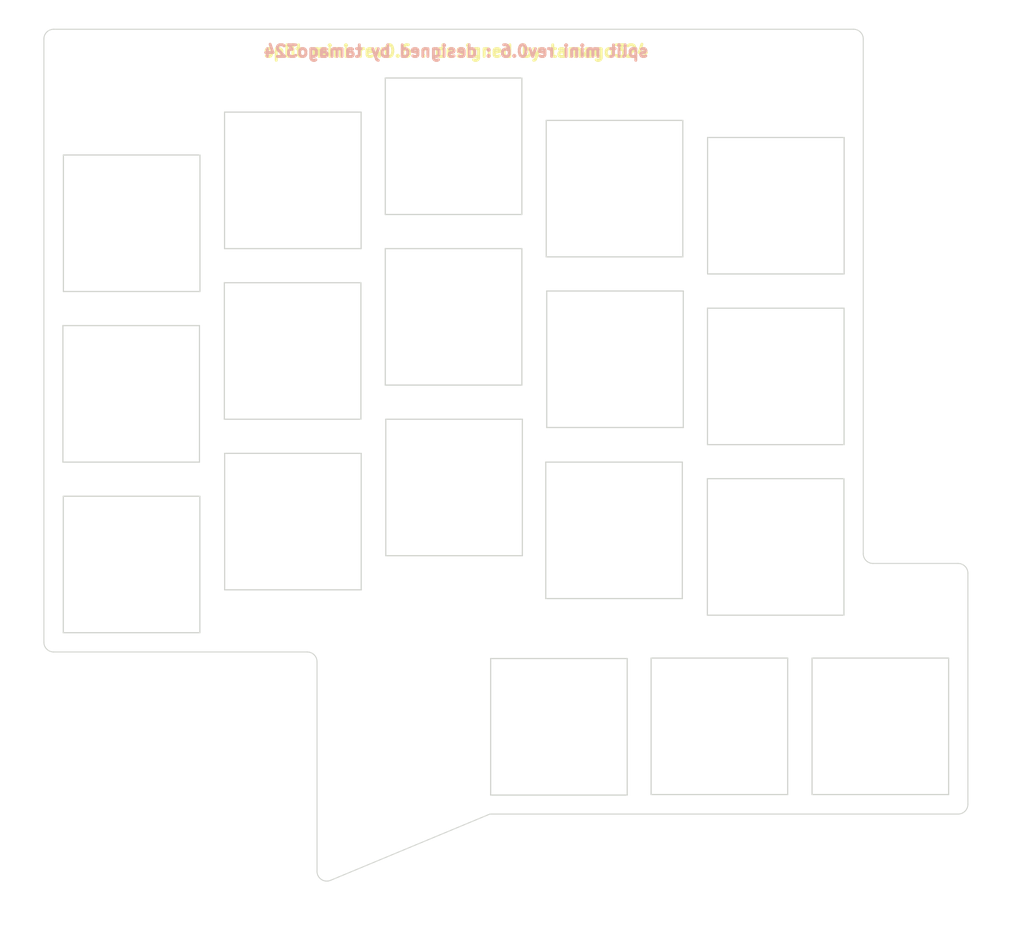
<source format=kicad_pcb>
(kicad_pcb (version 20211014) (generator pcbnew)
  (layers (0 "F.Cu" signal) (31 "B.Cu" signal) (34 "B.Paste" user) (35 "F.Paste" user) (36 "B.SilkS" user "B.Silkscreen") (37 "F.SilkS" user "F.Silkscreen") (38 "B.Mask" user) (39 "F.Mask" user) (44 "Edge.Cuts" user))
  (net 0 "")
  (net 1 "GND")
  (footprint "split-mini:SW_Hole" (layer "F.Cu") (at 28.45 60.4)
    (fp_text reference "SW6" hide)
    (fp_text value "SW_PUSH" hide)
    (fp_line (start 7 7) (end 7 -7) (layer "Edge.Cuts") (width 0.12))
    (fp_line (start -7 -7) (end -7 7) (layer "Edge.Cuts") (width 0.12))
    (fp_line (start -7 7) (end 7 7) (layer "Edge.Cuts") (width 0.12))
    (fp_line (start 7 -7) (end -7 -7) (layer "Edge.Cuts") (width 0.12))
  )
  (footprint "split-mini:SW_Hole" (layer "F.Cu") (at 28.49 77.9)
    (fp_text reference "SW11" hide)
    (fp_text value "SW_PUSH" hide)
    (fp_line (start 7 -7) (end -7 -7) (layer "Edge.Cuts") (width 0.12))
    (fp_line (start 7 7) (end 7 -7) (layer "Edge.Cuts") (width 0.12))
    (fp_line (start -7 7) (end 7 7) (layer "Edge.Cuts") (width 0.12))
    (fp_line (start -7 -7) (end -7 7) (layer "Edge.Cuts") (width 0.12))
  )
  (footprint "split-mini:SW_Hole" (layer "F.Cu") (at 78.05 56.85)
    (fp_text reference "SW9" hide)
    (fp_text value "SW_PUSH" hide)
    (fp_line (start -7 7) (end 7 7) (layer "Edge.Cuts") (width 0.12))
    (fp_line (start 7 7) (end 7 -7) (layer "Edge.Cuts") (width 0.12))
    (fp_line (start 7 -7) (end -7 -7) (layer "Edge.Cuts") (width 0.12))
    (fp_line (start -7 -7) (end -7 7) (layer "Edge.Cuts") (width 0.12))
  )
  (footprint "split-mini:SW_Hole" (layer "F.Cu") (at 61.5 35)
    (fp_text reference "SW3" hide)
    (fp_text value "SW_PUSH" hide)
    (fp_line (start 7 7) (end 7 -7) (layer "Edge.Cuts") (width 0.12))
    (fp_line (start -7 7) (end 7 7) (layer "Edge.Cuts") (width 0.12))
    (fp_line (start 7 -7) (end -7 -7) (layer "Edge.Cuts") (width 0.12))
    (fp_line (start -7 -7) (end -7 7) (layer "Edge.Cuts") (width 0.12))
  )
  (footprint "split-mini:SW_Hole" (layer "F.Cu") (at 94.54 41.1)
    (fp_text reference "SW5" hide)
    (fp_text value "SW_PUSH" hide)
    (fp_line (start -7 7) (end 7 7) (layer "Edge.Cuts") (width 0.12))
    (fp_line (start 7 -7) (end -7 -7) (layer "Edge.Cuts") (width 0.12))
    (fp_line (start -7 -7) (end -7 7) (layer "Edge.Cuts") (width 0.12))
    (fp_line (start 7 7) (end 7 -7) (layer "Edge.Cuts") (width 0.12))
  )
  (footprint "split-mini:spacer_m2_2.2mm" (layer "F.Cu") (at 52.5 85.5)
    (fp_text reference "HOLE3" hide)
    (fp_text value "Val**" hide)
    (pad "" np_thru_hole circle (at 0 0) (size 2.2 2.2) (drill 2.2) (layers F&B.Cu *.Mask))
  )
  (footprint "split-mini:SW_Hole" (layer "F.Cu") (at 94.52 76.1)
    (fp_text reference "SW15" hide)
    (fp_text value "SW_PUSH" hide)
    (fp_line (start 7 7) (end 7 -7) (layer "Edge.Cuts") (width 0.12))
    (fp_line (start -7 7) (end 7 7) (layer "Edge.Cuts") (width 0.12))
    (fp_line (start -7 -7) (end -7 7) (layer "Edge.Cuts") (width 0.12))
    (fp_line (start 7 -7) (end -7 -7) (layer "Edge.Cuts") (width 0.12))
  )
  (footprint "split-mini:SW_Hole" (layer "F.Cu") (at 45 56)
    (fp_text reference "SW7" hide)
    (fp_text value "SW_PUSH" hide)
    (fp_line (start 7 7) (end 7 -7) (layer "Edge.Cuts") (width 0.12))
    (fp_line (start -7 -7) (end -7 7) (layer "Edge.Cuts") (width 0.12))
    (fp_line (start -7 7) (end 7 7) (layer "Edge.Cuts") (width 0.12))
    (fp_line (start 7 -7) (end -7 -7) (layer "Edge.Cuts") (width 0.12))
  )
  (footprint "split-mini:spacer_m2_2.2mm" (layer "F.Cu") (at 107.25 82.8)
    (fp_text reference "HOLE5" hide)
    (fp_text value "Val**" hide)
    (pad "" np_thru_hole circle (at 0 0) (size 2.2 2.2) (drill 2.2) (layers F&B.Cu *.Mask))
  )
  (footprint "split-mini:SW_Hole" (layer "F.Cu") (at 72.3 94.55)
    (fp_text reference "SW16" hide)
    (fp_text value "SW_PUSH" hide)
    (fp_line (start -7 7) (end 7 7) (layer "Edge.Cuts") (width 0.12))
    (fp_line (start 7 -7) (end -7 -7) (layer "Edge.Cuts") (width 0.12))
    (fp_line (start 7 7) (end 7 -7) (layer "Edge.Cuts") (width 0.12))
    (fp_line (start -7 -7) (end -7 7) (layer "Edge.Cuts") (width 0.12))
  )
  (footprint "split-mini:spacer_m2_2.2mm" (layer "F.Cu") (at 52.5 103.9)
    (fp_text reference "HOLE4" hide)
    (fp_text value "Val*" hide)
    (pad "" np_thru_hole circle (at 0 0) (size 2.2 2.2) (drill 2.2) (layers F&B.Cu *.Mask))
  )
  (footprint "split-mini:SW_Hole" (layer "F.Cu") (at 105.25 94.5)
    (fp_text reference "SW18" hide)
    (fp_text value "SW_PUSH" hide)
    (fp_line (start 7 -7) (end -7 -7) (layer "Edge.Cuts") (width 0.12))
    (fp_line (start 7 7) (end 7 -7) (layer "Edge.Cuts") (width 0.12))
    (fp_line (start -7 7) (end 7 7) (layer "Edge.Cuts") (width 0.12))
    (fp_line (start -7 -7) (end -7 7) (layer "Edge.Cuts") (width 0.12))
  )
  (footprint "split-mini:SW_Hole" (layer "F.Cu") (at 61.5 52.5)
    (fp_text reference "SW8" hide)
    (fp_text value "SW_PUSH" hide)
    (fp_line (start -7 -7) (end -7 7) (layer "Edge.Cuts") (width 0.12))
    (fp_line (start -7 7) (end 7 7) (layer "Edge.Cuts") (width 0.12))
    (fp_line (start 7 7) (end 7 -7) (layer "Edge.Cuts") (width 0.12))
    (fp_line (start 7 -7) (end -7 -7) (layer "Edge.Cuts") (width 0.12))
  )
  (footprint "split-mini:spacer_m2_2.2mm" (layer "F.Cu") (at 94.5 28)
    (fp_text reference "HOLE2" hide)
    (fp_text value "Val**" hide)
    (pad "" np_thru_hole circle (at 0 0) (size 2.2 2.2) (drill 2.2) (layers F&B.Cu *.Mask))
  )
  (footprint "split-mini:SW_Hole" (layer "F.Cu") (at 88.75 94.5)
    (fp_text reference "SW17" hide)
    (fp_text value "SW_PUSH" hide)
    (fp_line (start -7 -7) (end -7 7) (layer "Edge.Cuts") (width 0.12))
    (fp_line (start 7 -7) (end -7 -7) (layer "Edge.Cuts") (width 0.12))
    (fp_line (start -7 7) (end 7 7) (layer "Edge.Cuts") (width 0.12))
    (fp_line (start 7 7) (end 7 -7) (layer "Edge.Cuts") (width 0.12))
  )
  (footprint "split-mini:SW_Hole" (layer "F.Cu") (at 94.53 58.61)
    (fp_text reference "SW10" hide)
    (fp_text value "SW_PUSH" hide)
    (fp_line (start -7 7) (end 7 7) (layer "Edge.Cuts") (width 0.12))
    (fp_line (start 7 7) (end 7 -7) (layer "Edge.Cuts") (width 0.12))
    (fp_line (start -7 -7) (end -7 7) (layer "Edge.Cuts") (width 0.12))
    (fp_line (start 7 -7) (end -7 -7) (layer "Edge.Cuts") (width 0.12))
  )
  (footprint "split-mini:SW_Hole" (layer "F.Cu") (at 45.02 38.5)
    (fp_text reference "SW2" hide)
    (fp_text value "SW_PUSH" hide)
    (fp_line (start -7 -7) (end -7 7) (layer "Edge.Cuts") (width 0.12))
    (fp_line (start 7 -7) (end -7 -7) (layer "Edge.Cuts") (width 0.12))
    (fp_line (start -7 7) (end 7 7) (layer "Edge.Cuts") (width 0.12))
    (fp_line (start 7 7) (end 7 -7) (layer "Edge.Cuts") (width 0.12))
  )
  (footprint "split-mini:SW_Hole" (layer "F.Cu") (at 61.55 70)
    (fp_text reference "SW13" hide)
    (fp_text value "SW_PUSH" hide)
    (fp_line (start 7 7) (end 7 -7) (layer "Edge.Cuts") (width 0.12))
    (fp_line (start -7 -7) (end -7 7) (layer "Edge.Cuts") (width 0.12))
    (fp_line (start -7 7) (end 7 7) (layer "Edge.Cuts") (width 0.12))
    (fp_line (start 7 -7) (end -7 -7) (layer "Edge.Cuts") (width 0.12))
  )
  (footprint "split-mini:spacer_m2_2.2mm" (layer "F.Cu") (at 28.5 30)
    (fp_text reference "HOLE1" hide)
    (fp_text value "Val**" hide)
    (pad "" np_thru_hole circle (at 0 0) (size 2.2 2.2) (drill 2.2) (layers F&B.Cu *.Mask))
  )
  (footprint "split-mini:SW_Hole" (layer "F.Cu") (at 45.03 73.5)
    (fp_text reference "SW12" hide)
    (fp_text value "SW_PUSH" hide)
    (fp_line (start 7 7) (end 7 -7) (layer "Edge.Cuts") (width 0.12))
    (fp_line (start 7 -7) (end -7 -7) (layer "Edge.Cuts") (width 0.12))
    (fp_line (start -7 7) (end 7 7) (layer "Edge.Cuts") (width 0.12))
    (fp_line (start -7 -7) (end -7 7) (layer "Edge.Cuts") (width 0.12))
  )
  (footprint "split-mini:SW_Hole" (layer "F.Cu") (at 77.95 74.4)
    (fp_text reference "SW14" hide)
    (fp_text value "SW_PUSH" hide)
    (fp_line (start -7 7) (end 7 7) (layer "Edge.Cuts") (width 0.12))
    (fp_line (start 7 7) (end 7 -7) (layer "Edge.Cuts") (width 0.12))
    (fp_line (start -7 -7) (end -7 7) (layer "Edge.Cuts") (width 0.12))
    (fp_line (start 7 -7) (end -7 -7) (layer "Edge.Cuts") (width 0.12))
  )
  (footprint "split-mini:SW_Hole" (layer "F.Cu") (at 28.5 42.9)
    (fp_text reference "SW1" hide)
    (fp_text value "SW_PUSH" hide)
    (fp_line (start 7 7) (end 7 -7) (layer "Edge.Cuts") (width 0.12))
    (fp_line (start -7 7) (end 7 7) (layer "Edge.Cuts") (width 0.12))
    (fp_line (start -7 -7) (end -7 7) (layer "Edge.Cuts") (width 0.12))
    (fp_line (start 7 -7) (end -7 -7) (layer "Edge.Cuts") (width 0.12))
  )
  (footprint "split-mini:SW_Hole" (layer "F.Cu") (at 78 39.35)
    (fp_text reference "SW4" hide)
    (fp_text value "SW_PUSH" hide)
    (fp_line (start 7 7) (end 7 -7) (layer "Edge.Cuts") (width 0.12))
    (fp_line (start -7 -7) (end -7 7) (layer "Edge.Cuts") (width 0.12))
    (fp_line (start -7 7) (end 7 7) (layer "Edge.Cuts") (width 0.12))
    (fp_line (start 7 -7) (end -7 -7) (layer "Edge.Cuts") (width 0.12))
  )
  (gr_arc (start 104.5 77.794954) (mid 103.792909 77.502058) (end 103.5 76.794954) (layer "Edge.Cuts") (width 0.1))
  (gr_line (start 47.5 87.875) (end 47.5 109.375814) (layer "Edge.Cuts") (width 0.1))
  (gr_arc (start 114.225 102.5) (mid 113.932107 103.207107) (end 113.225 103.5) (layer "Edge.Cuts") (width 0.1))
  (gr_line (start 114.225 102.5) (end 114.225 78.794954) (layer "Edge.Cuts") (width 0.1))
  (gr_line (start 104.5 77.794954) (end 113.225 77.794954) (layer "Edge.Cuts") (width 0.1))
  (gr_arc (start 46.5 86.875) (mid 47.207107 87.167893) (end 47.5 87.875) (layer "Edge.Cuts") (width 0.1))
  (gr_arc (start 48.884153 110.299083) (mid 47.945092 110.207725) (end 47.5 109.375814) (layer "Edge.Cuts") (width 0.1))
  (gr_arc (start 113.225 77.794954) (mid 113.932123 78.087844) (end 114.225 78.794954) (layer "Edge.Cuts") (width 0.1))
  (gr_line (start 19.5 24) (end 19.5 85.875) (layer "Edge.Cuts") (width 0.1))
  (gr_line (start 103.5 24) (end 103.5 76.794954) (layer "Edge.Cuts") (width 0.1))
  (gr_line (start 48.884153 110.299083) (end 65.225 103.5) (layer "Edge.Cuts") (width 0.1))
  (gr_arc (start 19.5 24) (mid 19.792893 23.292893) (end 20.5 23) (layer "Edge.Cuts") (width 0.1))
  (gr_arc (start 20.5 86.875) (mid 19.792893 86.582107) (end 19.5 85.875) (layer "Edge.Cuts") (width 0.1))
  (gr_line (start 65.225 103.5) (end 113.225 103.5) (layer "Edge.Cuts") (width 0.1))
  (gr_line (start 20.5 86.875) (end 46.5 86.875) (layer "Edge.Cuts") (width 0.1))
  (gr_arc (start 102.5 23) (mid 103.207107 23.292893) (end 103.5 24) (layer "Edge.Cuts") (width 0.1))
  (gr_line (start 102.5 23) (end 20.5 23) (layer "Edge.Cuts") (width 0.1))
  (gr_text "split mini rev0.6 : designed by tamago324" (at 61.75 25.25) (layer "B.SilkS") (effects (font (size 1.2 1.2) (thickness 0.3)) (justify mirror)))
  (gr_text "split mini rev0.6 : designed by tamago324" (at 61.75 25.25) (layer "F.SilkS") (effects (font (size 1.2 1.2) (thickness 0.3))))
)
</source>
